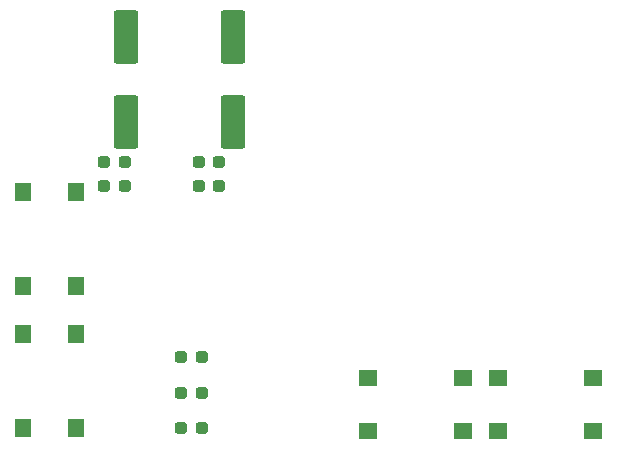
<source format=gbr>
%TF.GenerationSoftware,KiCad,Pcbnew,(6.0.7)*%
%TF.CreationDate,2023-12-12T10:26:36+09:00*%
%TF.ProjectId,Odometry,4f646f6d-6574-4727-992e-6b696361645f,rev?*%
%TF.SameCoordinates,Original*%
%TF.FileFunction,Paste,Top*%
%TF.FilePolarity,Positive*%
%FSLAX46Y46*%
G04 Gerber Fmt 4.6, Leading zero omitted, Abs format (unit mm)*
G04 Created by KiCad (PCBNEW (6.0.7)) date 2023-12-12 10:26:36*
%MOMM*%
%LPD*%
G01*
G04 APERTURE LIST*
G04 Aperture macros list*
%AMRoundRect*
0 Rectangle with rounded corners*
0 $1 Rounding radius*
0 $2 $3 $4 $5 $6 $7 $8 $9 X,Y pos of 4 corners*
0 Add a 4 corners polygon primitive as box body*
4,1,4,$2,$3,$4,$5,$6,$7,$8,$9,$2,$3,0*
0 Add four circle primitives for the rounded corners*
1,1,$1+$1,$2,$3*
1,1,$1+$1,$4,$5*
1,1,$1+$1,$6,$7*
1,1,$1+$1,$8,$9*
0 Add four rect primitives between the rounded corners*
20,1,$1+$1,$2,$3,$4,$5,0*
20,1,$1+$1,$4,$5,$6,$7,0*
20,1,$1+$1,$6,$7,$8,$9,0*
20,1,$1+$1,$8,$9,$2,$3,0*%
G04 Aperture macros list end*
%ADD10R,1.400000X1.600000*%
%ADD11RoundRect,0.237500X-0.287500X-0.237500X0.287500X-0.237500X0.287500X0.237500X-0.287500X0.237500X0*%
%ADD12RoundRect,0.250001X0.799999X-1.999999X0.799999X1.999999X-0.799999X1.999999X-0.799999X-1.999999X0*%
%ADD13R,1.600000X1.400000*%
%ADD14RoundRect,0.250001X-0.799999X1.999999X-0.799999X-1.999999X0.799999X-1.999999X0.799999X1.999999X0*%
G04 APERTURE END LIST*
D10*
%TO.C,NRST*%
X30912500Y-51837500D03*
X30912500Y-59837500D03*
X26412500Y-59837500D03*
X26412500Y-51837500D03*
%TD*%
D11*
%TO.C,IND*%
X41287500Y-37337500D03*
X43037500Y-37337500D03*
%TD*%
%TO.C,PA8*%
X39787500Y-56837500D03*
X41537500Y-56837500D03*
%TD*%
D10*
%TO.C,BOOT0*%
X30912500Y-39837500D03*
X30912500Y-47837500D03*
X26412500Y-39837500D03*
X26412500Y-47837500D03*
%TD*%
D12*
%TO.C,C12*%
X35162500Y-33937500D03*
X35162500Y-26737500D03*
%TD*%
D11*
%TO.C,PB1*%
X39787500Y-59837500D03*
X41537500Y-59837500D03*
%TD*%
D13*
%TO.C,PA0*%
X74662500Y-55587500D03*
X66662500Y-55587500D03*
X74662500Y-60087500D03*
X66662500Y-60087500D03*
%TD*%
D11*
%TO.C,VSYS*%
X33287500Y-37337500D03*
X35037500Y-37337500D03*
%TD*%
D13*
%TO.C,PA5*%
X55662500Y-55587500D03*
X63662500Y-55587500D03*
X55662500Y-60087500D03*
X63662500Y-60087500D03*
%TD*%
D11*
%TO.C,VBUS*%
X33287500Y-39337500D03*
X35037500Y-39337500D03*
%TD*%
D14*
%TO.C,C6*%
X44162500Y-26737500D03*
X44162500Y-33937500D03*
%TD*%
D11*
%TO.C,PA11*%
X39787500Y-53837500D03*
X41537500Y-53837500D03*
%TD*%
%TO.C,3V3*%
X41287500Y-39337500D03*
X43037500Y-39337500D03*
%TD*%
M02*

</source>
